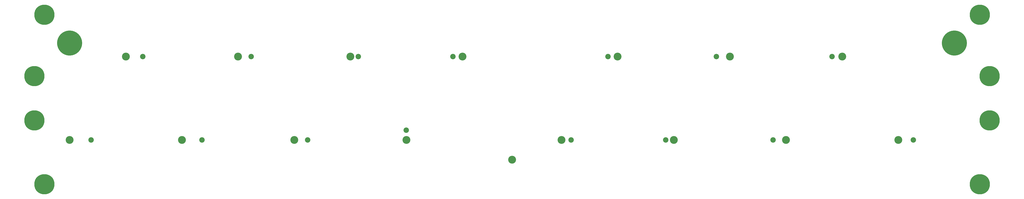
<source format=gts>
G04*
G04 #@! TF.GenerationSoftware,Altium Limited,Altium Designer,19.0.14 (431)*
G04*
G04 Layer_Color=8388736*
%FSLAX25Y25*%
%MOIN*%
G70*
G01*
G75*
%ADD14C,0.12611*%
%ADD15C,0.32296*%
%ADD16C,0.40170*%
%ADD17C,0.08674*%
D14*
X-707480Y-66929D02*
D03*
X-79134Y66929D02*
D03*
X79134Y-66929D02*
D03*
X258661D02*
D03*
X348425Y66929D02*
D03*
X438189Y-66929D02*
D03*
X527953Y66929D02*
D03*
X617717Y-66929D02*
D03*
X168898Y66929D02*
D03*
X-617717Y66929D02*
D03*
X-527953Y-66929D02*
D03*
X-438189Y66929D02*
D03*
X-348425Y-66929D02*
D03*
X-258662Y66929D02*
D03*
X-168898Y-66929D02*
D03*
X-0Y-98425D02*
D03*
D15*
X748032Y-137795D02*
D03*
Y133858D02*
D03*
X-748032Y-137795D02*
D03*
Y133858D02*
D03*
X763780Y35433D02*
D03*
Y-35433D02*
D03*
X-763779D02*
D03*
Y35433D02*
D03*
D16*
X707480Y88583D02*
D03*
X-707480D02*
D03*
D17*
X641732Y-66929D02*
D03*
X511811Y66929D02*
D03*
X417323Y-66929D02*
D03*
X326772Y66929D02*
D03*
X245847Y-66929D02*
D03*
X153543Y66929D02*
D03*
X94488Y-66929D02*
D03*
X-94488Y66929D02*
D03*
X-169291Y-51181D02*
D03*
X-245847Y66929D02*
D03*
X-326772Y-66929D02*
D03*
X-417323Y66929D02*
D03*
X-590551D02*
D03*
X-496063Y-66929D02*
D03*
X-673228D02*
D03*
M02*

</source>
